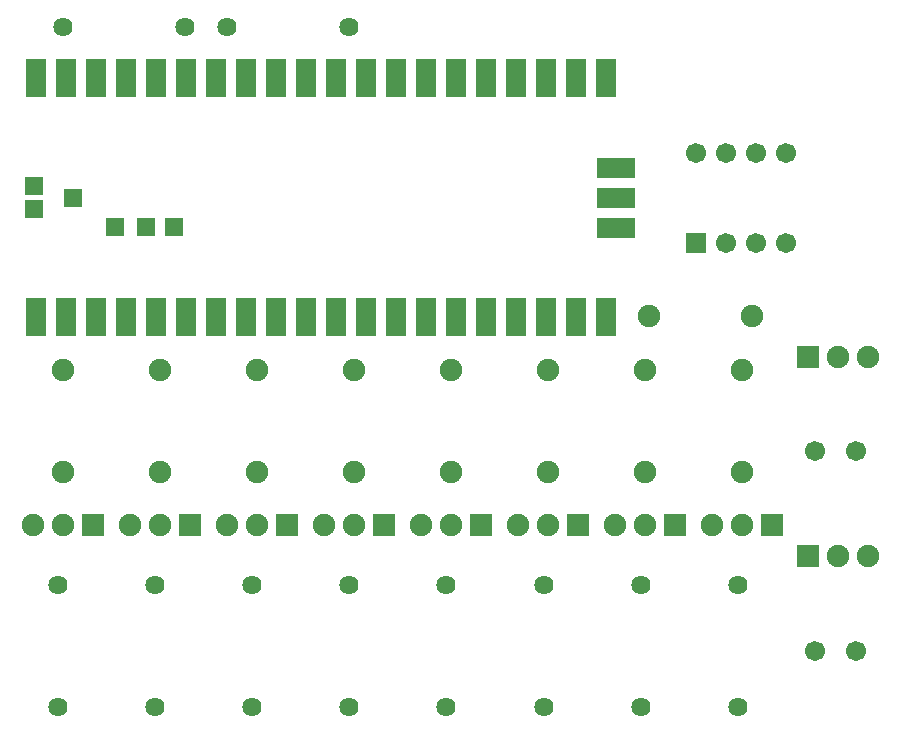
<source format=gts>
G04 Layer: TopSolderMaskLayer*
G04 EasyEDA v6.5.47, 2024-09-23 22:29:33*
G04 5a6e75cfa2c046329717b22c304bfbd2,c2d4411aa706456985f533cd49438c3a,10*
G04 Gerber Generator version 0.2*
G04 Scale: 100 percent, Rotated: No, Reflected: No *
G04 Dimensions in millimeters *
G04 leading zeros omitted , absolute positions ,4 integer and 5 decimal *
%FSLAX45Y45*%
%MOMM*%

%AMMACRO1*4,1,8,-0.8211,-1.6508,-0.8508,-1.621,-0.8508,1.6211,-0.8211,1.6508,0.821,1.6508,0.8508,1.6211,0.8508,-1.621,0.821,-1.6508,-0.8211,-1.6508,0*%
%AMMACRO2*4,1,8,-1.6211,-0.8508,-1.6508,-0.821,-1.6508,0.8211,-1.6211,0.8508,1.621,0.8508,1.6508,0.8211,1.6508,-0.821,1.621,-0.8508,-1.6211,-0.8508,0*%
%AMMACRO3*4,1,8,-0.7711,-0.8008,-0.8008,-0.771,-0.8008,0.771,-0.7711,0.8008,0.771,0.8008,0.8008,0.771,0.8008,-0.771,0.771,-0.8008,-0.7711,-0.8008,0*%
%AMMACRO4*4,1,8,-0.9211,-0.9508,-0.9508,-0.921,-0.9508,0.9211,-0.9211,0.9508,0.921,0.9508,0.9508,0.9211,0.9508,-0.921,0.921,-0.9508,-0.9211,-0.9508,0*%
%AMMACRO5*4,1,8,-0.8212,-0.8509,-0.8509,-0.8211,-0.8509,0.8212,-0.8212,0.8509,0.8211,0.8509,0.8509,0.8212,0.8509,-0.8211,0.8211,-0.8509,-0.8212,-0.8509,0*%
%ADD10MACRO1*%
%ADD11MACRO2*%
%ADD12MACRO3*%
%ADD13C,1.7016*%
%ADD14O,1.9015964X1.9015964*%
%ADD15MACRO4*%
%ADD16C,1.6256*%
%ADD17MACRO5*%
%ADD18C,1.7018*%
%ADD19C,1.9016*%

%LPD*%
D10*
G01*
X5073893Y-781969D03*
G01*
X5073893Y-2799440D03*
G01*
X4819893Y-781969D03*
G01*
X4819893Y-2799440D03*
G01*
X4565893Y-781969D03*
G01*
X4565893Y-2799440D03*
G01*
X4311893Y-781969D03*
G01*
X4311893Y-2799440D03*
G01*
X4057893Y-781969D03*
G01*
X4057893Y-2799440D03*
G01*
X3803893Y-781969D03*
G01*
X3803893Y-2799440D03*
G01*
X3549893Y-781969D03*
G01*
X3549893Y-2799440D03*
G01*
X3295893Y-781969D03*
G01*
X3295893Y-2799440D03*
G01*
X3041893Y-781969D03*
G01*
X3041893Y-2799440D03*
G01*
X2787893Y-781969D03*
G01*
X2787893Y-2799440D03*
G01*
X2533893Y-781969D03*
G01*
X2533893Y-2799440D03*
G01*
X2279893Y-781969D03*
G01*
X2279893Y-2799440D03*
G01*
X2025893Y-781969D03*
G01*
X2025893Y-2799440D03*
G01*
X1771893Y-781969D03*
G01*
X1771893Y-2799440D03*
G01*
X1517893Y-781969D03*
G01*
X1517893Y-2799440D03*
G01*
X1263893Y-781969D03*
G01*
X1263893Y-2799440D03*
G01*
X1009893Y-781969D03*
G01*
X1009893Y-2799440D03*
G01*
X755893Y-781969D03*
G01*
X755893Y-2799440D03*
G01*
X501893Y-781969D03*
G01*
X501893Y-2799440D03*
G01*
X247893Y-781969D03*
G01*
X247893Y-2799440D03*
D11*
G01*
X5153893Y-2044705D03*
G01*
X5153893Y-1790705D03*
G01*
X5153893Y-1536705D03*
D12*
G01*
X560901Y-1790705D03*
G01*
X230902Y-1690700D03*
G01*
X230902Y-1890699D03*
G01*
X910901Y-2040699D03*
G01*
X1173603Y-2040699D03*
G01*
X1410900Y-2040699D03*
D13*
G01*
X7187006Y-3933774D03*
G01*
X6836994Y-3933774D03*
G01*
X7187006Y-5626100D03*
G01*
X6836994Y-5626100D03*
D14*
G01*
X5969000Y-4565650D03*
G01*
X6223000Y-4565650D03*
D15*
G01*
X6477000Y-4565650D03*
D14*
G01*
X5147132Y-4565650D03*
G01*
X5401132Y-4565650D03*
D15*
G01*
X5655124Y-4565655D03*
D14*
G01*
X4325264Y-4565650D03*
G01*
X4579264Y-4565650D03*
D15*
G01*
X4833259Y-4565655D03*
D14*
G01*
X3503396Y-4565650D03*
G01*
X3757396Y-4565650D03*
D15*
G01*
X4011396Y-4565655D03*
D14*
G01*
X2681528Y-4565650D03*
G01*
X2935528Y-4565650D03*
D15*
G01*
X3189528Y-4565650D03*
D16*
G01*
X6184900Y-6103010D03*
G01*
X6184900Y-5072989D03*
G01*
X5363032Y-6103010D03*
G01*
X5363032Y-5072989D03*
G01*
X4541138Y-6103010D03*
G01*
X4541138Y-5072989D03*
G01*
X3719271Y-6103010D03*
G01*
X3719271Y-5072989D03*
D17*
G01*
X5829297Y-2171689D03*
D18*
G01*
X6083300Y-2171700D03*
G01*
X6337300Y-2171700D03*
G01*
X6591300Y-2171700D03*
G01*
X6591300Y-1409700D03*
G01*
X6337300Y-1409700D03*
G01*
X6083300Y-1409700D03*
G01*
X5829300Y-1409700D03*
D19*
G01*
X6223000Y-4118000D03*
G01*
X6223000Y-3247999D03*
G01*
X5401132Y-4118000D03*
G01*
X5401132Y-3247999D03*
G01*
X4579264Y-4118000D03*
G01*
X4579264Y-3247999D03*
G01*
X3757396Y-4118000D03*
G01*
X3757396Y-3247999D03*
D14*
G01*
X1859661Y-4565650D03*
G01*
X2113661Y-4565650D03*
D15*
G01*
X2367650Y-4565650D03*
D14*
G01*
X1037767Y-4565650D03*
G01*
X1291767Y-4565650D03*
D15*
G01*
X1545775Y-4565650D03*
D14*
G01*
X215900Y-4565650D03*
G01*
X469900Y-4565650D03*
D15*
G01*
X723900Y-4565650D03*
D19*
G01*
X2935503Y-4118000D03*
G01*
X2935503Y-3247999D03*
G01*
X2113635Y-4118000D03*
G01*
X2113635Y-3247999D03*
G01*
X1291767Y-4118000D03*
G01*
X1291767Y-3247999D03*
G01*
X469900Y-4118000D03*
G01*
X469900Y-3247999D03*
D16*
G01*
X2897428Y-6103010D03*
G01*
X2897428Y-5072989D03*
G01*
X2075561Y-6103010D03*
G01*
X2075561Y-5072989D03*
G01*
X1253667Y-6103010D03*
G01*
X1253667Y-5072989D03*
G01*
X431800Y-6103010D03*
G01*
X431800Y-5072989D03*
G01*
X1859889Y-342900D03*
G01*
X2889910Y-342900D03*
G01*
X475589Y-342900D03*
G01*
X1505610Y-342900D03*
D19*
G01*
X6302400Y-2794000D03*
G01*
X5432399Y-2794000D03*
D14*
G01*
X7289800Y-4829225D03*
G01*
X7035800Y-4829225D03*
D15*
G01*
X6781800Y-4829218D03*
D14*
G01*
X7289800Y-3136900D03*
G01*
X7035800Y-3136900D03*
D15*
G01*
X6781800Y-3136900D03*
M02*

</source>
